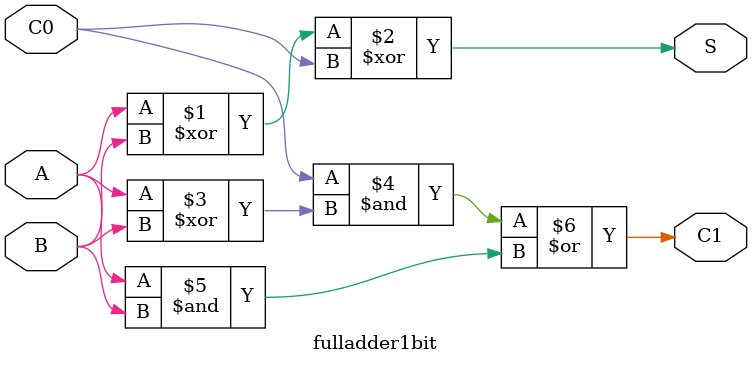
<source format=v>
`timescale 1ns / 1ps
module fulladder1bit(
    input C0,
    input A,
    input B,
    output S,
    output C1
    );
	 
	 assign S = A^B^C0;
	 assign C1 = (C0&(A^B))|(A&B);


endmodule

</source>
